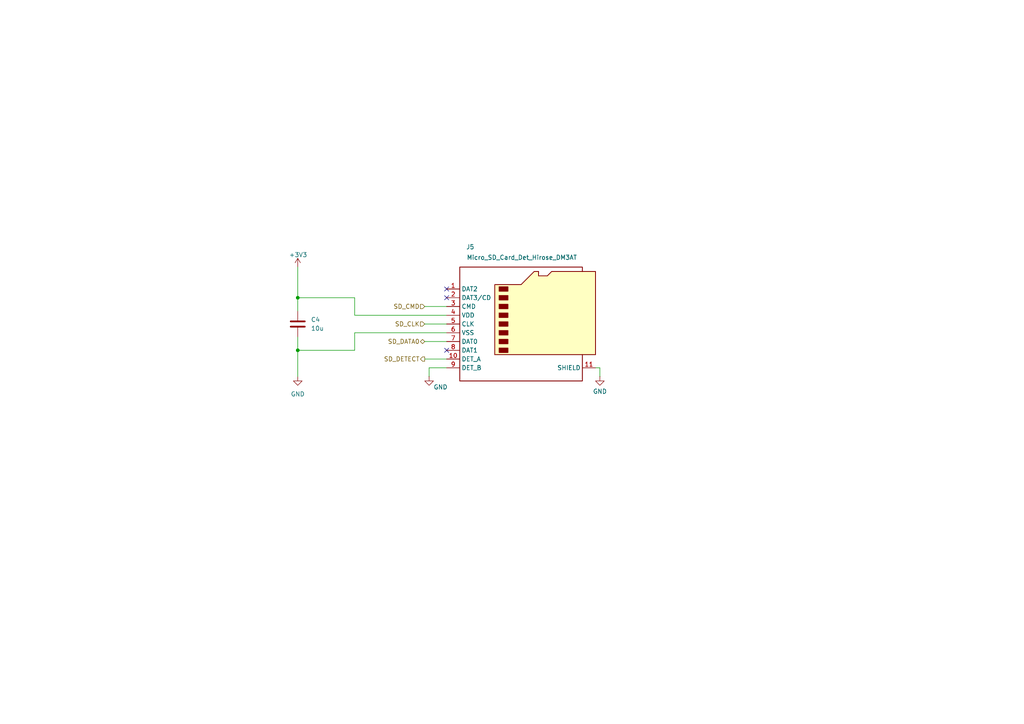
<source format=kicad_sch>
(kicad_sch (version 20250114) (generator "eeschema") (generator_version "9.0")
  (paper "A4")
  (title_block (title "SD Card Adaptor") (rev "v0.3") (company "Goat Fast Racing") (comment 1 "Designed By Liam Jennings"))
  (lib_symbols
    (symbol "Connector:Micro_SD_Card_Det_Hirose_DM3AT"
      (property "Reference" "J" (at -16.51 17.78 0))
      (property "Value" "Micro_SD_Card_Det_Hirose_DM3AT" (at 16.51 17.78 0))
      (symbol "Micro_SD_Card_Det_Hirose_DM3AT_0_1"
        (polyline (pts (xy -8.89 -8.89) (xy -8.89 11.43) (xy -1.27 11.43) (xy 2.54 15.24) (xy 3.81 15.24) (xy 3.81 13.97) (xy 6.35 13.97) (xy 7.62 15.24) (xy 20.32 15.24) (xy 20.32 -8.89) (xy -8.89 -8.89)) (stroke (width 0.254)) (fill (type background)))
        (rectangle (start -7.62 10.795) (end -5.08 9.525) (stroke (width 0.254)) (fill (type outline)))
        (rectangle (start -7.62 8.255) (end -5.08 6.985) (stroke (width 0.254)) (fill (type outline)))
        (rectangle (start -7.62 5.715) (end -5.08 4.445) (stroke (width 0.254)) (fill (type outline)))
        (rectangle (start -7.62 3.175) (end -5.08 1.905) (stroke (width 0.254)) (fill (type outline)))
        (rectangle (start -7.62 0.635) (end -5.08 -0.635) (stroke (width 0.254)) (fill (type outline)))
        (rectangle (start -7.62 -1.905) (end -5.08 -3.175) (stroke (width 0.254)) (fill (type outline)))
        (rectangle (start -7.62 -4.445) (end -5.08 -5.715) (stroke (width 0.254)) (fill (type outline)))
        (rectangle (start -7.62 -6.985) (end -5.08 -8.255) (stroke (width 0.254)) (fill (type outline)))
        (polyline (pts (xy 16.51 15.24) (xy 16.51 16.51) (xy -19.05 16.51) (xy -19.05 -16.51) (xy 16.51 -16.51) (xy 16.51 -8.89)) (stroke (width 0.254)))
      )
      (symbol "Micro_SD_Card_Det_Hirose_DM3AT_1_1"
        (pin bidirectional line (at -22.86 10.16 0) (length 3.81) (name "DAT2") (number "1"))
        (pin bidirectional line (at -22.86 7.62 0) (length 3.81) (name "DAT3/CD") (number "2"))
        (pin input line (at -22.86 5.08 0) (length 3.81) (name "CMD") (number "3"))
        (pin power_in line (at -22.86 2.54 0) (length 3.81) (name "VDD") (number "4"))
        (pin input line (at -22.86 0 0) (length 3.81) (name "CLK") (number "5"))
        (pin power_in line (at -22.86 -2.54 0) (length 3.81) (name "VSS") (number "6"))
        (pin bidirectional line (at -22.86 -5.08 0) (length 3.81) (name "DAT0") (number "7"))
        (pin bidirectional line (at -22.86 -7.62 0) (length 3.81) (name "DAT1") (number "8"))
        (pin passive line (at -22.86 -10.16 0) (length 3.81) (name "DET_A") (number "10"))
        (pin passive line (at -22.86 -12.7 0) (length 3.81) (name "DET_B") (number "9"))
        (pin passive line (at 20.32 -12.7 180) (length 3.81) (name "SHIELD") (number "11"))
      )
    )
    (symbol "Device:C" (pin_numbers (hide yes)) (pin_names (offset 0.254))
      (property "Reference" "C" (at 0.635 2.54 0))
      (property "Value" "C" (at 0.635 -2.54 0))
      (symbol "C_0_1"
        (polyline (pts (xy -2.032 0.762) (xy 2.032 0.762)) (stroke (width 0.508)))
        (polyline (pts (xy -2.032 -0.762) (xy 2.032 -0.762)) (stroke (width 0.508)))
      )
      (symbol "C_1_1"
        (pin passive line (at 0 3.81 270) (length 2.794) (name "~") (number "1"))
        (pin passive line (at 0 -3.81 90) (length 2.794) (name "~") (number "2"))
      )
    )
    (symbol "power:+3V3" (power) (pin_numbers (hide yes)) (pin_names (offset 0) (hide yes))
      (property "Value" "+3V3" (at 0 3.556 0))
      (symbol "+3V3_0_1"
        (polyline (pts (xy -0.762 1.27) (xy 0 2.54)))
        (polyline (pts (xy 0 2.54) (xy 0.762 1.27)))
        (polyline (pts (xy 0 0) (xy 0 2.54)))
      )
      (symbol "+3V3_1_1"
        (pin power_in line (at 0 0 90) (length 0) (name "~") (number "1"))
      )
    )
    (symbol "power:GND" (power) (pin_numbers (hide yes)) (pin_names (offset 0) (hide yes))
      (property "Value" "GND" (at 0 -3.81 0))
      (symbol "GND_0_1"
        (polyline (pts (xy 0 0) (xy 0 -1.27) (xy 1.27 -1.27) (xy 0 -2.54) (xy -1.27 -1.27) (xy 0 -1.27)))
      )
      (symbol "GND_1_1"
        (pin power_in line (at 0 0 270) (length 0) (name "~") (number "1"))
      )
    )
  )
  (junction (at 86.36 101.6))
  (junction (at 86.36 86.36))
  (no_connect (at 129.54 83.82))
  (no_connect (at 129.54 86.36))
  (no_connect (at 129.54 101.6))
  (wire (pts (xy 102.87 101.6) (xy 86.36 101.6)))
  (wire (pts (xy 86.36 101.6) (xy 86.36 109.22)))
  (wire (pts (xy 124.46 106.68) (xy 124.46 109.22)))
  (wire (pts (xy 86.36 97.79) (xy 86.36 101.6)))
  (wire (pts (xy 173.99 106.68) (xy 173.99 109.22)))
  (wire (pts (xy 129.54 106.68) (xy 124.46 106.68)))
  (wire (pts (xy 102.87 96.52) (xy 102.87 101.6)))
  (wire (pts (xy 102.87 91.44) (xy 102.87 86.36)))
  (wire (pts (xy 86.36 86.36) (xy 86.36 90.17)))
  (wire (pts (xy 86.36 77.47) (xy 86.36 86.36)))
  (wire (pts (xy 172.72 106.68) (xy 173.99 106.68)))
  (wire (pts (xy 102.87 86.36) (xy 86.36 86.36)))
  (wire (pts (xy 123.19 93.98) (xy 129.54 93.98)))
  (wire (pts (xy 129.54 91.44) (xy 102.87 91.44)))
  (wire (pts (xy 123.19 104.14) (xy 129.54 104.14)))
  (wire (pts (xy 123.19 88.9) (xy 129.54 88.9)))
  (wire (pts (xy 123.19 99.06) (xy 129.54 99.06)))
  (wire (pts (xy 129.54 96.52) (xy 102.87 96.52)))
  (hierarchical_label "SD_CMD" (shape input) (at 123.19 88.9 180))
  (hierarchical_label "SD_DATA0" (shape bidirectional) (at 123.19 99.06 180))
  (hierarchical_label "SD_DETECT" (shape output) (at 123.19 104.14 180))
  (hierarchical_label "SD_CLK" (shape input) (at 123.19 93.98 180))
  (symbol (lib_id "power:GND") (at 173.99 109.22 0) (unit 1) (in_bom no)
    (property "Reference" "#PWR038" (effects (hide yes)))
    (property "Value" "GND" (at 171.958 113.538 0) (effects (justify left)))
    (property "Description" "Power symbol creates a global label with name \"GND\" , ground" (effects (hide yes)))
  )
  (symbol (lib_id "Connector:Micro_SD_Card_Det_Hirose_DM3AT") (at 152.4 93.98 0) (unit 1) (in_bom no)
    (property "Reference" "J5" (at 136.398 71.628 0))
    (property "Value" "Micro_SD_Card_Det_Hirose_DM3AT" (at 151.384 74.676 0))
    (property "Footprint" "Connector_Card:microSD_HC_Hirose_DM3BT-DSF-PEJS" (effects (hide yes)))
    (property "Datasheet" "https://www.hirose.com/product/en/download_file/key_name/DM3/category/Catalog/doc_file_id/49662/?file_category_id=4&item_id=195&is_series=1" (effects (hide yes)))
    (property "Description" "Micro SD Card Socket with card detection pins" (effects (hide yes)))
    (property "IPN" "CON-000514-00" (effects (hide yes)))
  )
  (symbol (lib_id "power:+3V3") (at 86.36 77.47 0) (unit 1) (in_bom no)
    (property "Reference" "#PWR026" (effects (hide yes)))
    (property "Value" "+3V3" (at 83.82 73.914 0) (effects (justify left)))
    (property "Description" "Power symbol creates a global label with name \"+3V3\"" (effects (hide yes)))
  )
  (symbol (lib_id "power:GND") (at 86.36 109.22 0) (unit 1)
    (property "Reference" "#PWR01" (effects (hide yes)))
    (property "Value" "GND" (at 86.36 114.3 0))
    (property "Description" "Power symbol creates a global label with name \"GND\" , ground" (effects (hide yes)))
  )
  (symbol (lib_id "Device:C") (at 86.36 93.98 0) (unit 1)
    (property "Reference" "C4" (at 90.17 92.7099 0) (effects (justify left)))
    (property "Value" "10u" (at 90.17 95.2499 0) (effects (justify left)))
    (property "Footprint" "Capacitor_SMD:C_0402_1005Metric" (effects (hide yes)))
    (property "Description" "Unpolarized capacitor" (effects (hide yes)))
    (property "IPN" "CAP-000017-00" (effects (hide yes)))
  )
  (symbol (lib_id "power:GND") (at 124.46 109.22 0) (unit 1) (in_bom no)
    (property "Reference" "#PWR030" (effects (hide yes)))
    (property "Value" "GND" (at 125.73 112.268 0) (effects (justify left)))
    (property "Description" "Power symbol creates a global label with name \"GND\" , ground" (effects (hide yes)))
  )
)
</source>
